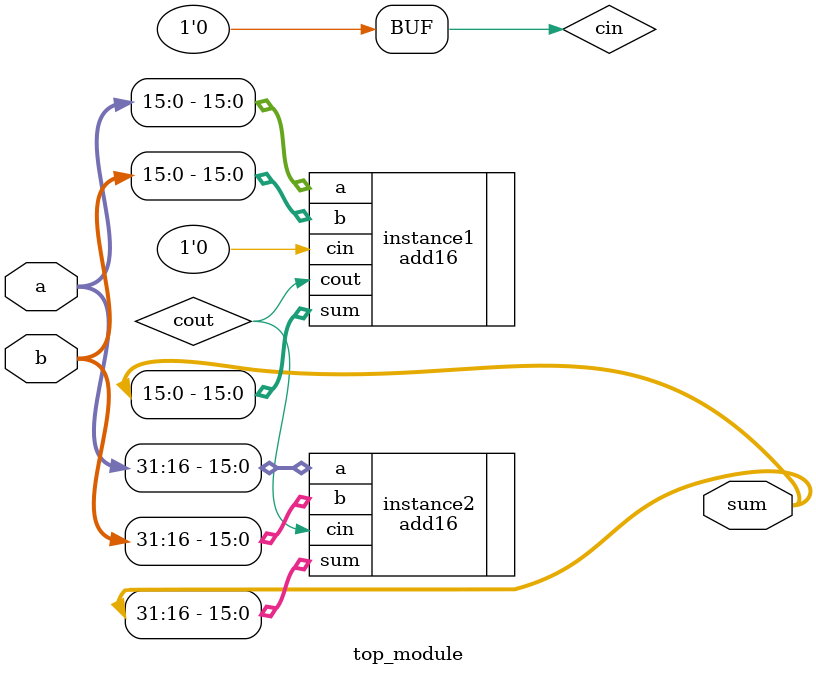
<source format=v>
module top_module(
    input [31:0] a,
    input [31:0] b,
    output [31:0] sum
);
    wire cin;
	wire cout;
    
    assign cin = 0;
    
    add16 instance1 (.a(a[15:0]), .b(b[15:0]), .cin(cin), .cout(cout), .sum(sum[15:0]));
    add16 instance2 (.a(a[31:16]), .b(b[31:16]), .cin(cout), .sum(sum[31:16]));
endmodule

</source>
